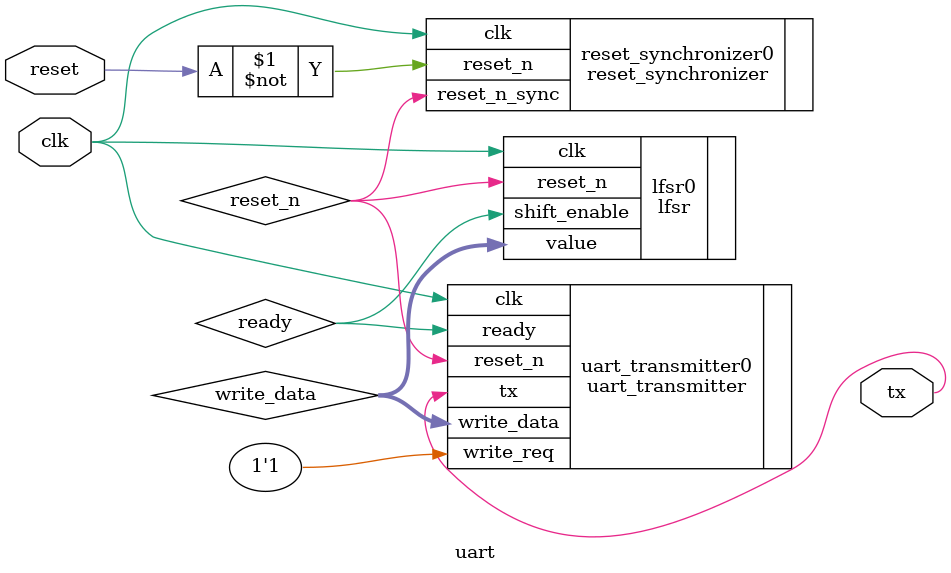
<source format=sv>
`default_nettype none

module uart(
    input wire logic reset,
    input wire logic clk,

    output wire logic tx);

    logic reset_n;
    reset_synchronizer reset_synchronizer0(
        .reset_n(~reset),
        .clk(clk),
        .reset_n_sync(reset_n));

    logic [7:0] write_data;
    logic ready;
    uart_transmitter uart_transmitter0(
        .reset_n(reset_n),
        .clk(clk),

        .write_data(write_data),
        .write_req(1'b1),
        .ready(ready),

        .tx(tx));

    lfsr lfsr0(
        .reset_n(reset_n),
        .clk(clk),
        .value(write_data),
        .shift_enable(ready));

endmodule

</source>
